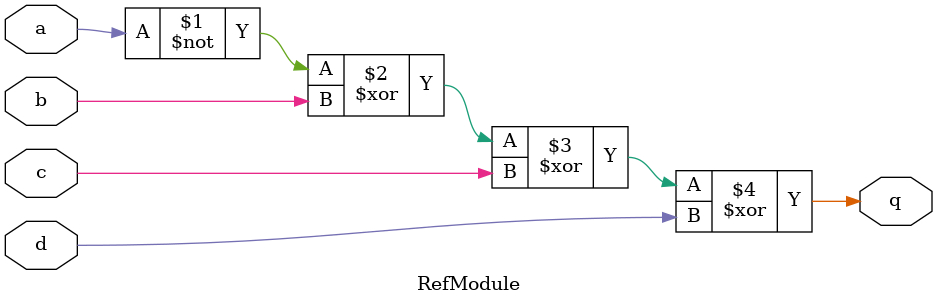
<source format=sv>

module RefModule (
  input a,
  input b,
  input c,
  input d,
  output q
);

  assign q = ~a^b^c^d;

endmodule

</source>
